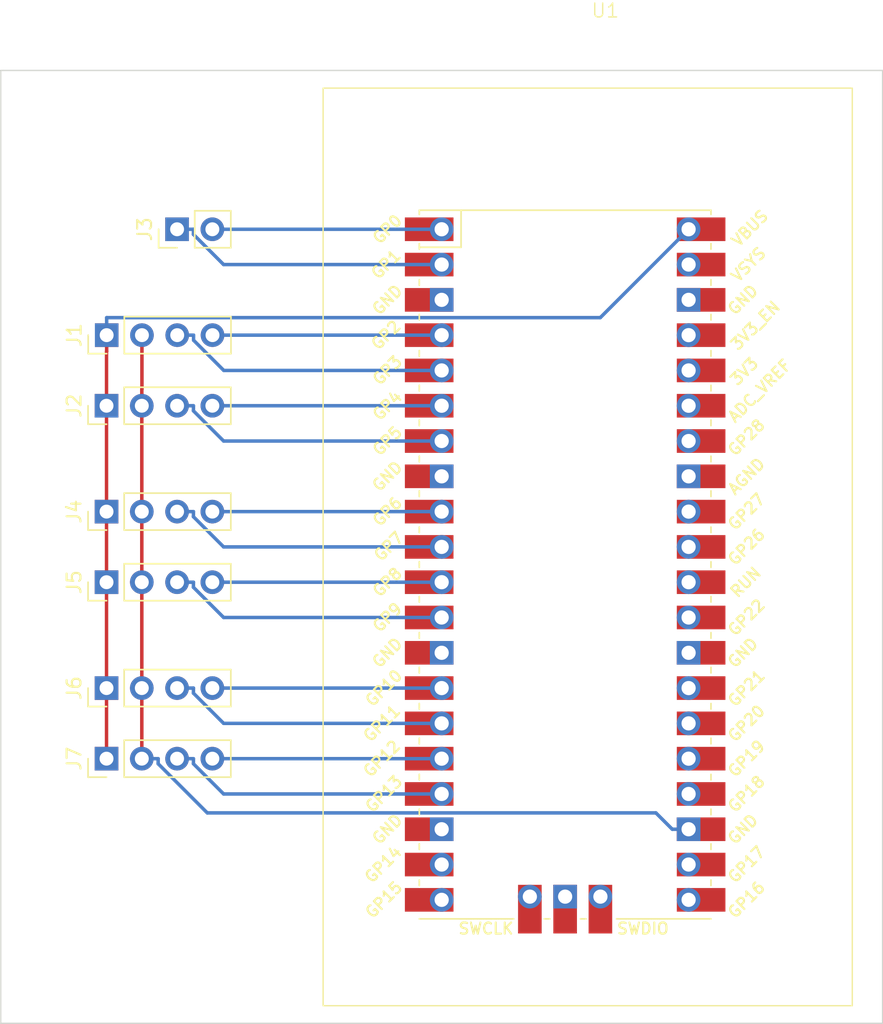
<source format=kicad_pcb>
(kicad_pcb (version 20221018) (generator pcbnew)
  (layers (0 "F.Cu" signal) (31 "B.Cu" signal) (36 "B.SilkS" user "B.Silkscreen") (37 "F.SilkS" user "F.Silkscreen") (38 "B.Mask" user) (39 "F.Mask" user) (44 "Edge.Cuts" user))
  (net 0 "")
  (net 1 "Net-(J1-Pin_3)")
  (net 2 "Net-(J1-Pin_4)")
  (net 3 "Net-(J2-Pin_3)")
  (net 4 "Net-(J2-Pin_4)")
  (net 5 "Net-(J4-Pin_3)")
  (net 6 "Net-(J4-Pin_4)")
  (net 7 "Net-(J5-Pin_3)")
  (net 8 "Net-(J5-Pin_4)")
  (net 9 "Net-(J6-Pin_3)")
  (net 10 "Net-(J6-Pin_4)")
  (net 11 "Net-(J7-Pin_3)")
  (net 12 "Net-(J7-Pin_4)")
  (net 13 "Net-(J3-Pin_2)")
  (net 14 "Net-(J3-Pin_1)")
  (net 23 "GND")
  (net 40 "+5V")
  (footprint "Connector_PinHeader_2.54mm:PinHeader_1x04_P2.54mm_Vertical" (layer "F.Cu") (at 55.88 59.69 90)
    (fp_text reference "J4" (at 0 -2.33 90) (layer "F.SilkS"))
    (fp_text value "Conn_01x04")
    (fp_line (start -1.33 -1.33) (end 0 -1.33) (stroke (width 0.12)) (layer "F.SilkS"))
    (fp_line (start -1.33 0) (end -1.33 -1.33) (stroke (width 0.12)) (layer "F.SilkS"))
    (fp_line (start -1.33 1.27) (end -1.33 8.95) (stroke (width 0.12)) (layer "F.SilkS"))
    (fp_line (start -1.33 1.27) (end 1.33 1.27) (stroke (width 0.12)) (layer "F.SilkS"))
    (fp_line (start -1.33 8.95) (end 1.33 8.95) (stroke (width 0.12)) (layer "F.SilkS"))
    (fp_line (start 1.33 1.27) (end 1.33 8.95) (stroke (width 0.12)) (layer "F.SilkS"))
    (pad "1" thru_hole rect (at 0 0 90) (size 1.7 1.7) (drill 1) (layers "*.Cu" "*.Mask") (net 40 "+5V"))
    (pad "2" thru_hole oval (at 0 2.54 90) (size 1.7 1.7) (drill 1) (layers "*.Cu" "*.Mask") (net 23 "GND"))
    (pad "3" thru_hole oval (at 0 5.08 90) (size 1.7 1.7) (drill 1) (layers "*.Cu" "*.Mask") (net 5 "Net-(J4-Pin_3)"))
    (pad "4" thru_hole oval (at 0 7.62 90) (size 1.7 1.7) (drill 1) (layers "*.Cu" "*.Mask") (net 6 "Net-(J4-Pin_4)"))
  )
  (footprint "Connector_PinHeader_2.54mm:PinHeader_1x02_P2.54mm_Vertical" (layer "F.Cu") (at 60.96 39.37 90)
    (fp_text reference "J3" (at 0 -2.33 90) (layer "F.SilkS"))
    (fp_text value "Conn_01x02")
    (fp_line (start -1.33 -1.33) (end 0 -1.33) (stroke (width 0.12)) (layer "F.SilkS"))
    (fp_line (start -1.33 0) (end -1.33 -1.33) (stroke (width 0.12)) (layer "F.SilkS"))
    (fp_line (start -1.33 1.27) (end -1.33 3.87) (stroke (width 0.12)) (layer "F.SilkS"))
    (fp_line (start -1.33 1.27) (end 1.33 1.27) (stroke (width 0.12)) (layer "F.SilkS"))
    (fp_line (start -1.33 3.87) (end 1.33 3.87) (stroke (width 0.12)) (layer "F.SilkS"))
    (fp_line (start 1.33 1.27) (end 1.33 3.87) (stroke (width 0.12)) (layer "F.SilkS"))
    (pad "1" thru_hole rect (at 0 0 90) (size 1.7 1.7) (drill 1) (layers "*.Cu" "*.Mask") (net 14 "Net-(J3-Pin_1)"))
    (pad "2" thru_hole oval (at 0 2.54 90) (size 1.7 1.7) (drill 1) (layers "*.Cu" "*.Mask") (net 13 "Net-(J3-Pin_2)"))
  )
  (footprint "Connector_PinHeader_2.54mm:PinHeader_1x04_P2.54mm_Vertical" (layer "F.Cu") (at 55.88 72.39 90)
    (fp_text reference "J6" (at 0 -2.33 90) (layer "F.SilkS"))
    (fp_text value "Conn_01x04")
    (fp_line (start -1.33 -1.33) (end 0 -1.33) (stroke (width 0.12)) (layer "F.SilkS"))
    (fp_line (start -1.33 0) (end -1.33 -1.33) (stroke (width 0.12)) (layer "F.SilkS"))
    (fp_line (start -1.33 1.27) (end -1.33 8.95) (stroke (width 0.12)) (layer "F.SilkS"))
    (fp_line (start -1.33 1.27) (end 1.33 1.27) (stroke (width 0.12)) (layer "F.SilkS"))
    (fp_line (start -1.33 8.95) (end 1.33 8.95) (stroke (width 0.12)) (layer "F.SilkS"))
    (fp_line (start 1.33 1.27) (end 1.33 8.95) (stroke (width 0.12)) (layer "F.SilkS"))
    (pad "1" thru_hole rect (at 0 0 90) (size 1.7 1.7) (drill 1) (layers "*.Cu" "*.Mask") (net 40 "+5V"))
    (pad "2" thru_hole oval (at 0 2.54 90) (size 1.7 1.7) (drill 1) (layers "*.Cu" "*.Mask") (net 23 "GND"))
    (pad "3" thru_hole oval (at 0 5.08 90) (size 1.7 1.7) (drill 1) (layers "*.Cu" "*.Mask") (net 9 "Net-(J6-Pin_3)"))
    (pad "4" thru_hole oval (at 0 7.62 90) (size 1.7 1.7) (drill 1) (layers "*.Cu" "*.Mask") (net 10 "Net-(J6-Pin_4)"))
  )
  (footprint "Library-pi-pico:Raspberry_pi_pico" (layer "F.Cu") (at 91.794 24.13)
    (fp_text reference "U1" (at 0 -0.5 unlocked) (layer "F.SilkS") (effects (font (thickness 0.1))))
    (fp_text value "~")
    (fp_text user "GP4" (at -15.694 27.94 45) (layer "F.SilkS") (effects (font (size 0.8 0.8))))
    (fp_text user "GP5" (at -15.694 30.48 45) (layer "F.SilkS") (effects (font (size 0.8 0.8))))
    (fp_text user "GP13" (at -15.948 55.88 45) (layer "F.SilkS") (effects (font (size 0.8 0.8))))
    (fp_text user "GND" (at 9.906 58.42 45) (layer "F.SilkS") (effects (font (size 0.8 0.8))))
    (fp_text user "VBUS" (at 10.406 15.17 45) (layer "F.SilkS") (effects (font (size 0.8 0.8))))
    (fp_text user "GP20" (at 10.16 50.8 45) (layer "F.SilkS") (effects (font (size 0.8 0.8))))
    (fp_text user "VSYS" (at 10.306 17.78 45) (layer "F.SilkS") (effects (font (size 0.8 0.8))))
    (fp_text user "3V3" (at 10.006 25.47 45) (layer "F.SilkS") (effects (font (size 0.8 0.8))))
    (fp_text user "GP12" (at -16.094 53.34 45) (layer "F.SilkS") (effects (font (size 0.8 0.8))))
    (fp_text user "GP11" (at -16.094 50.8 45) (layer "F.SilkS") (effects (font (size 0.8 0.8))))
    (fp_text user "GP22" (at 10.16 43.18 45) (layer "F.SilkS") (effects (font (size 0.8 0.8))))
    (fp_text user "SWDIO" (at 2.706 65.57) (layer "F.SilkS") (effects (font (size 0.8 0.8))))
    (fp_text user "RUN" (at 10.106 40.64 45) (layer "F.SilkS") (effects (font (size 0.8 0.8))))
    (fp_text user "GP27" (at 10.16 35.57 45) (layer "F.SilkS") (effects (font (size 0.8 0.8))))
    (fp_text user "GP1" (at -15.794 17.77 45) (layer "F.SilkS") (effects (font (size 0.8 0.8))))
    (fp_text user "GP9" (at -15.694 43.18 45) (layer "F.SilkS") (effects (font (size 0.8 0.8))))
    (fp_text user "GP14" (at -15.994 60.96 45) (layer "F.SilkS") (effects (font (size 0.8 0.8))))
    (fp_text user "GP7" (at -15.594 38.07 45) (layer "F.SilkS") (effects (font (size 0.8 0.8))))
    (fp_text user "GP26" (at 10.16 38.1 45) (layer "F.SilkS") (effects (font (size 0.8 0.8))))
    (fp_text user "GND" (at 9.906 45.72 45) (layer "F.SilkS") (effects (font (size 0.8 0.8))))
    (fp_text user "GP18" (at 10.16 55.88 45) (layer "F.SilkS") (effects (font (size 0.8 0.8))))
    (fp_text user "GND" (at 9.906 20.32 45) (layer "F.SilkS") (effects (font (size 0.8 0.8))))
    (fp_text user "GND" (at -15.694 45.72 45) (layer "F.SilkS") (effects (font (size 0.8 0.8))))
    (fp_text user "GP15" (at -15.948 63.5 45) (layer "F.SilkS") (effects (font (size 0.8 0.8))))
    (fp_text user "GP19" (at 10.16 53.34 45) (layer "F.SilkS") (effects (font (size 0.8 0.8))))
    (fp_text user "GP6" (at -15.694 35.56 45) (layer "F.SilkS") (effects (font (size 0.8 0.8))))
    (fp_text user "GP16" (at 10.16 63.5 45) (layer "F.SilkS") (effects (font (size 0.8 0.8))))
    (fp_text user "GP0" (at -15.694 15.24 45) (layer "F.SilkS") (effects (font (size 0.8 0.8))))
    (fp_text user "ADC_VREF" (at 11.106 26.87 45) (layer "F.SilkS") (effects (font (size 0.8 0.8))))
    (fp_text user "GP28" (at 10.16 30.226 45) (layer "F.SilkS") (effects (font (size 0.8 0.8))))
    (fp_text user "GP21" (at 10.16 48.27 45) (layer "F.SilkS") (effects (font (size 0.8 0.8))))
    (fp_text user "GP17" (at 10.16 60.96 45) (layer "F.SilkS") (effects (font (size 0.8 0.8))))
    (fp_text user "GND" (at -15.694 33.02 45) (layer "F.SilkS") (effects (font (size 0.8 0.8))))
    (fp_text user "SWCLK" (at -8.594 65.57) (layer "F.SilkS") (effects (font (size 0.8 0.8))))
    (fp_text user "GP10" (at -15.948 48.26 45) (layer "F.SilkS") (effects (font (size 0.8 0.8))))
    (fp_text user "GP8" (at -15.694 40.64 45) (layer "F.SilkS") (effects (font (size 0.8 0.8))))
    (fp_text user "AGND" (at 10.16 33.02 45) (layer "F.SilkS") (effects (font (size 0.8 0.8))))
    (fp_text user "GP3" (at -15.694 25.4 45) (layer "F.SilkS") (effects (font (size 0.8 0.8))))
    (fp_text user "GND" (at -15.694 20.32 45) (layer "F.SilkS") (effects (font (size 0.8 0.8))))
    (fp_text user "GP2" (at -15.794 22.86 45) (layer "F.SilkS") (effects (font (size 0.8 0.8))))
    (fp_text user "GND" (at -15.694 58.42 45) (layer "F.SilkS") (effects (font (size 0.8 0.8))))
    (fp_text user "3V3_EN" (at 10.806 22.17 45) (layer "F.SilkS") (effects (font (size 0.8 0.8))))
    (fp_line (start -13.394 13.87) (end -13.394 14.17) (stroke (width 0.12)) (layer "F.SilkS"))
    (fp_line (start -13.394 13.87) (end 7.606 13.87) (stroke (width 0.12)) (layer "F.SilkS"))
    (fp_line (start -13.394 16.27) (end -13.394 16.67) (stroke (width 0.12)) (layer "F.SilkS"))
    (fp_line (start -13.394 16.537) (end -10.387 16.537) (stroke (width 0.12)) (layer "F.SilkS"))
    (fp_line (start -13.394 18.87) (end -13.394 19.27) (stroke (width 0.12)) (layer "F.SilkS"))
    (fp_line (start -13.394 21.37) (end -13.394 21.77) (stroke (width 0.12)) (layer "F.SilkS"))
    (fp_line (start -13.394 23.97) (end -13.394 24.37) (stroke (width 0.12)) (layer "F.SilkS"))
    (fp_line (start -13.394 26.47) (end -13.394 26.87) (stroke (width 0.12)) (layer "F.SilkS"))
    (fp_line (start -13.394 28.97) (end -13.394 29.37) (stroke (width 0.12)) (layer "F.SilkS"))
    (fp_line (start -13.394 31.57) (end -13.394 31.97) (stroke (width 0.12)) (layer "F.SilkS"))
    (fp_line (start -13.394 34.07) (end -13.394 34.47) (stroke (width 0.12)) (layer "F.SilkS"))
    (fp_line (start -13.394 36.67) (end -13.394 37.07) (stroke (width 0.12)) (layer "F.SilkS"))
    (fp_line (start -13.394 39.17) (end -13.394 39.57) (stroke (width 0.12)) (layer "F.SilkS"))
    (fp_line (start -13.394 41.67) (end -13.394 42.07) (stroke (width 0.12)) (layer "F.SilkS"))
    (fp_line (start -13.394 44.27) (end -13.394 44.67) (stroke (width 0.12)) (layer "F.SilkS"))
    (fp_line (start -13.394 46.77) (end -13.394 47.17) (stroke (width 0.12)) (layer "F.SilkS"))
    (fp_line (start -13.394 49.37) (end -13.394 49.77) (stroke (width 0.12)) (layer "F.SilkS"))
    (fp_line (start -13.394 51.87) (end -13.394 52.27) (stroke (width 0.12)) (layer "F.SilkS"))
    (fp_line (start -13.394 54.47) (end -13.394 54.87) (stroke (width 0.12)) (layer "F.SilkS"))
    (fp_line (start -13.394 56.97) (end -13.394 57.37) (stroke (width 0.12)) (layer "F.SilkS"))
    (fp_line (start -13.394 59.47) (end -13.394 59.87) (stroke (width 0.12)) (layer "F.SilkS"))
    (fp_line (start -13.394 62.07) (end -13.394 62.47) (stroke (width 0.12)) (layer "F.SilkS"))
    (fp_line (start -10.387 16.537) (end -10.387 13.87) (stroke (width 0.12)) (layer "F.SilkS"))
    (fp_line (start -6.594 64.87) (end -13.394 64.87) (stroke (width 0.12)) (layer "F.SilkS"))
    (fp_line (start -4.394 64.87) (end -3.994 64.87) (stroke (width 0.12)) (layer "F.SilkS"))
    (fp_line (start -1.794 64.87) (end -1.394 64.87) (stroke (width 0.12)) (layer "F.SilkS"))
    (fp_line (start 7.606 13.87) (end 7.606 14.17) (stroke (width 0.12)) (layer "F.SilkS"))
    (fp_line (start 7.606 16.27) (end 7.606 16.67) (stroke (width 0.12)) (layer "F.SilkS"))
    (fp_line (start 7.606 18.87) (end 7.606 19.27) (stroke (width 0.12)) (layer "F.SilkS"))
    (fp_line (start 7.606 21.37) (end 7.606 21.77) (stroke (width 0.12)) (layer "F.SilkS"))
    (fp_line (start 7.606 23.97) (end 7.606 24.37) (stroke (width 0.12)) (layer "F.SilkS"))
    (fp_line (start 7.606 26.47) (end 7.606 26.87) (stroke (width 0.12)) (layer "F.SilkS"))
    (fp_line (start 7.606 28.97) (end 7.606 29.37) (stroke (width 0.12)) (layer "F.SilkS"))
    (fp_line (start 7.606 31.57) (end 7.606 31.97) (stroke (width 0.12)) (layer "F.SilkS"))
    (fp_line (start 7.606 34.07) (end 7.606 34.47) (stroke (width 0.12)) (layer "F.SilkS"))
    (fp_line (start 7.606 36.67) (end 7.606 37.07) (stroke (width 0.12)) (layer "F.SilkS"))
    (fp_line (start 7.606 39.17) (end 7.606 39.57) (stroke (width 0.12)) (layer "F.SilkS"))
    (fp_line (start 7.606 41.67) (end 7.606 42.07) (stroke (width 0.12)) (layer "F.SilkS"))
    (fp_line (start 7.606 44.27) (end 7.606 44.67) (stroke (width 0.12)) (layer "F.SilkS"))
    (fp_line (start 7.606 46.77) (end 7.606 47.17) (stroke (width 0.12)) (layer "F.SilkS"))
    (fp_line (start 7.606 49.37) (end 7.606 49.77) (stroke (width 0.12)) (layer "F.SilkS"))
    (fp_line (start 7.606 51.87) (end 7.606 52.27) (stroke (width 0.12)) (layer "F.SilkS"))
    (fp_line (start 7.606 54.47) (end 7.606 54.87) (stroke (width 0.12)) (layer "F.SilkS"))
    (fp_line (start 7.606 56.97) (end 7.606 57.37) (stroke (width 0.12)) (layer "F.SilkS"))
    (fp_line (start 7.606 59.47) (end 7.606 59.87) (stroke (width 0.12)) (layer "F.SilkS"))
    (fp_line (start 7.606 62.07) (end 7.606 62.47) (stroke (width 0.12)) (layer "F.SilkS"))
    (fp_line (start 7.606 64.87) (end 0.806 64.87) (stroke (width 0.12)) (layer "F.SilkS"))
    (fp_rect (start -20.32 5.08) (end 17.78 71.12) (stroke (width 0.1)) (fill none) (layer "F.SilkS"))
    (pad "" np_thru_hole oval (at -5.619 15.37) (size 1.8 1.8) (drill 1.8) (layers "*.Cu" "*.Mask"))
    (pad "" np_thru_hole oval (at -5.319 18.4) (size 1.5 1.5) (drill 1.5) (layers "*.Cu" "*.Mask"))
    (pad "" np_thru_hole oval (at -0.469 18.4) (size 1.5 1.5) (drill 1.5) (layers "*.Cu" "*.Mask"))
    (pad "" np_thru_hole oval (at -0.169 15.37) (size 1.8 1.8) (drill 1.8) (layers "*.Cu" "*.Mask"))
    (pad "1" thru_hole oval (at -11.784 15.24) (size 1.7 1.7) (drill 1.02) (layers "*.Cu" "*.Mask") (net 13 "Net-(J3-Pin_2)"))
    (pad "1" smd rect (at -11.784 15.24) (size 3.5 1.7) (drill (offset -0.9 0)) (layers "F.Cu" "F.Mask") (net 13 "Net-(J3-Pin_2)"))
    (pad "2" thru_hole oval (at -11.784 17.78) (size 1.7 1.7) (drill 1.02) (layers "*.Cu" "*.Mask") (net 14 "Net-(J3-Pin_1)"))
    (pad "2" smd rect (at -11.784 17.78) (size 3.5 1.7) (drill (offset -0.9 0)) (layers "F.Cu" "F.Mask") (net 14 "Net-(J3-Pin_1)"))
    (pad "3" thru_hole rect (at -11.784 20.32) (size 1.7 1.7) (drill 1.02) (layers "*.Cu" "*.Mask"))
    (pad "3" smd rect (at -11.784 20.32) (size 3.5 1.7) (drill (offset -0.9 0)) (layers "F.Cu" "F.Mask"))
    (pad "4" thru_hole oval (at -11.784 22.86) (size 1.7 1.7) (drill 1.02) (layers "*.Cu" "*.Mask") (net 2 "Net-(J1-Pin_4)"))
    (pad "4" smd rect (at -11.784 22.86) (size 3.5 1.7) (drill (offset -0.9 0)) (layers "F.Cu" "F.Mask") (net 2 "Net-(J1-Pin_4)"))
    (pad "5" thru_hole oval (at -11.784 25.4) (size 1.7 1.7) (drill 1.02) (layers "*.Cu" "*.Mask") (net 1 "Net-(J1-Pin_3)"))
    (pad "5" smd rect (at -11.784 25.4) (size 3.5 1.7) (drill (offset -0.9 0)) (layers "F.Cu" "F.Mask") (net 1 "Net-(J1-Pin_3)"))
    (pad "6" thru_hole oval (at -11.784 27.94) (size 1.7 1.7) (drill 1.02) (layers "*.Cu" "*.Mask") (net 4 "Net-(J2-Pin_4)"))
    (pad "6" smd rect (at -11.784 27.94) (size 3.5 1.7) (drill (offset -0.9 0)) (layers "F.Cu" "F.Mask") (net 4 "Net-(J2-Pin_4)"))
    (pad "7" thru_hole oval (at -11.784 30.48) (size 1.7 1.7) (drill 1.02) (layers "*.Cu" "*.Mask") (net 3 "Net-(J2-Pin_3)"))
    (pad "7" smd rect (at -11.784 30.48) (size 3.5 1.7) (drill (offset -0.9 0)) (layers "F.Cu" "F.Mask") (net 3 "Net-(J2-Pin_3)"))
    (pad "8" thru_hole rect (at -11.784 33.02) (size 1.7 1.7) (drill 1.02) (layers "*.Cu" "*.Mask"))
    (pad "8" smd rect (at -11.784 33.02) (size 3.5 1.7) (drill (offset -0.9 0)) (layers "F.Cu" "F.Mask"))
    (pad "9" thru_hole oval (at -11.784 35.56) (size 1.7 1.7) (drill 1.02) (layers "*.Cu" "*.Mask") (net 6 "Net-(J4-Pin_4)"))
    (pad "9" smd rect (at -11.784 35.56) (size 3.5 1.7) (drill (offset -0.9 0)) (layers "F.Cu" "F.Mask") (net 6 "Net-(J4-Pin_4)"))
    (pad "10" thru_hole oval (at -11.784 38.1) (size 1.7 1.7) (drill 1.02) (layers "*.Cu" "*.Mask") (net 5 "Net-(J4-Pin_3)"))
    (pad "10" smd rect (at -11.784 38.1) (size 3.5 1.7) (drill (offset -0.9 0)) (layers "F.Cu" "F.Mask") (net 5 "Net-(J4-Pin_3)"))
    (pad "11" thru_hole oval (at -11.784 40.64) (size 1.7 1.7) (drill 1.02) (layers "*.Cu" "*.Mask") (net 8 "Net-(J5-Pin_4)"))
    (pad "11" smd rect (at -11.784 40.64) (size 3.5 1.7) (drill (offset -0.9 0)) (layers "F.Cu" "F.Mask") (net 8 "Net-(J5-Pin_4)"))
    (pad "12" thru_hole oval (at -11.784 43.18) (size 1.7 1.7) (drill 1.02) (layers "*.Cu" "*.Mask") (net 7 "Net-(J5-Pin_3)"))
    (pad "12" smd rect (at -11.784 43.18) (size 3.5 1.7) (drill (offset -0.9 0)) (layers "F.Cu" "F.Mask") (net 7 "Net-(J5-Pin_3)"))
    (pad "13" thru_hole rect (at -11.784 45.72) (size 1.7 1.7) (drill 1.02) (layers "*.Cu" "*.Mask"))
    (pad "13" smd rect (at -11.784 45.72) (size 3.5 1.7) (drill (offset -0.9 0)) (layers "F.Cu" "F.Mask"))
    (pad "14" thru_hole oval (at -11.784 48.26) (size 1.7 1.7) (drill 1.02) (layers "*.Cu" "*.Mask") (net 10 "Net-(J6-Pin_4)"))
    (pad "14" smd rect (at -11.784 48.26) (size 3.5 1.7) (drill (offset -0.9 0)) (layers "F.Cu" "F.Mask") (net 10 "Net-(J6-Pin_4)"))
    (pad "15" thru_hole oval (at -11.784 50.8) (size 1.7 1.7) (drill 1.02) (layers "*.Cu" "*.Mask") (net 9 "Net-(J6-Pin_3)"))
    (pad "15" smd rect (at -11.784 50.8) (size 3.5 1.7) (drill (offset -0.9 0)) (layers "F.Cu" "F.Mask") (net 9 "Net-(J6-Pin_3)"))
    (pad "16" thru_hole oval (at -11.784 53.34) (size 1.7 1.7) (drill 1.02) (layers "*.Cu" "*.Mask") (net 12 "Net-(J7-Pin_4)"))
    (pad "16" smd rect (at -11.784 53.34) (size 3.5 1.7) (drill (offset -0.9 0)) (layers "F.Cu" "F.Mask") (net 12 "Net-(J7-Pin_4)"))
    (pad "17" thru_hole oval (at -11.784 55.88) (size 1.7 1.7) (drill 1.02) (layers "*.Cu" "*.Mask") (net 11 "Net-(J7-Pin_3)"))
    (pad "17" smd rect (at -11.784 55.88) (size 3.5 1.7) (drill (offset -0.9 0)) (layers "F.Cu" "F.Mask") (net 11 "Net-(J7-Pin_3)"))
    (pad "18" thru_hole rect (at -11.784 58.42) (size 1.7 1.7) (drill 1.02) (layers "*.Cu" "*.Mask"))
    (pad "18" smd rect (at -11.784 58.42) (size 3.5 1.7) (drill (offset -0.9 0)) (layers "F.Cu" "F.Mask"))
    (pad "19" thru_hole oval (at -11.784 60.96) (size 1.7 1.7) (drill 1.02) (layers "*.Cu" "*.Mask"))
    (pad "19" smd rect (at -11.784 60.96) (size 3.5 1.7) (drill (offset -0.9 0)) (layers "F.Cu" "F.Mask"))
    (pad "20" thru_hole oval (at -11.784 63.5) (size 1.7 1.7) (drill 1.02) (layers "*.Cu" "*.Mask"))
    (pad "20" smd rect (at -11.784 63.5) (size 3.5 1.7) (drill (offset -0.9 0)) (layers "F.Cu" "F.Mask"))
    (pad "21" thru_hole oval (at 5.996 63.5) (size 1.7 1.7) (drill 1.02) (layers "*.Cu" "*.Mask"))
    (pad "21" smd rect (at 5.996 63.5) (size 3.5 1.7) (drill (offset 0.9 0)) (layers "F.Cu" "F.Mask"))
    (pad "22" thru_hole oval (at 5.996 60.96) (size 1.7 1.7) (drill 1.02) (layers "*.Cu" "*.Mask"))
    (pad "22" smd rect (at 5.996 60.96) (size 3.5 1.7) (drill (offset 0.9 0)) (layers "F.Cu" "F.Mask"))
    (pad "23" thru_hole rect (at 5.996 58.42) (size 1.7 1.7) (drill 1.02) (layers "*.Cu" "*.Mask") (net 23 "GND"))
    (pad "23" smd rect (at 5.996 58.42) (size 3.5 1.7) (drill (offset 0.9 0)) (layers "F.Cu" "F.Mask") (net 23 "GND"))
    (pad "24" thru_hole oval (at 5.996 55.88) (size 1.7 1.7) (drill 1.02) (layers "*.Cu" "*.Mask"))
    (pad "24" smd rect (at 5.996 55.88) (size 3.5 1.7) (drill (offset 0.9 0)) (layers "F.Cu" "F.Mask"))
    (pad "25" thru_hole oval (at 5.996 53.34) (size 1.7 1.7) (drill 1.02) (layers "*.Cu" "*.Mask"))
    (pad "25" smd rect (at 5.996 53.34) (size 3.5 1.7) (drill (offset 0.9 0)) (layers "F.Cu" "F.Mask"))
    (pad "26" thru_hole oval (at 5.996 50.8) (size 1.7 1.7) (drill 1.02) (layers "*.Cu" "*.Mask"))
    (pad "26" smd rect (at 5.996 50.8) (size 3.5 1.7) (drill (offset 0.9 0)) (layers "F.Cu" "F.Mask"))
    (pad "27" thru_hole oval (at 5.996 48.26) (size 1.7 1.7) (drill 1.02) (layers "*.Cu" "*.Mask"))
    (pad "27" smd rect (at 5.996 48.26) (size 3.5 1.7) (drill (offset 0.9 0)) (layers "F.Cu" "F.Mask"))
    (pad "28" thru_hole rect (at 5.996 45.72) (size 1.7 1.7) (drill 1.02) (layers "*.Cu" "*.Mask"))
    (pad "28" smd rect (at 5.996 45.72) (size 3.5 1.7) (drill (offset 0.9 0)) (layers "F.Cu" "F.Mask"))
    (pad "29" thru_hole oval (at 5.996 43.18) (size 1.7 1.7) (drill 1.02) (layers "*.Cu" "*.Mask"))
    (pad "29" smd rect (at 5.996 43.18) (size 3.5 1.7) (drill (offset 0.9 0)) (layers "F.Cu" "F.Mask"))
    (pad "30" thru_hole oval (at 5.996 40.64) (size 1.7 1.7) (drill 1.02) (layers "*.Cu" "*.Mask"))
    (pad "30" smd rect (at 5.996 40.64) (size 3.5 1.7) (drill (offset 0.9 0)) (layers "F.Cu" "F.Mask"))
    (pad "31" thru_hole oval (at 5.996 38.1) (size 1.7 1.7) (drill 1.02) (layers "*.Cu" "*.Mask"))
    (pad "31" smd rect (at 5.996 38.1) (size 3.5 1.7) (drill (offset 0.9 0)) (layers "F.Cu" "F.Mask"))
    (pad "32" thru_hole oval (at 5.996 35.56) (size 1.7 1.7) (drill 1.02) (layers "*.Cu" "*.Mask"))
    (pad "32" smd rect (at 5.996 35.56) (size 3.5 1.7) (drill (offset 0.9 0)) (layers "F.Cu" "F.Mask"))
    (pad "33" thru_hole rect (at 5.996 33.02) (size 1.7 1.7) (drill 1.02) (layers "*.Cu" "*.Mask"))
    (pad "33" smd rect (at 5.996 33.02) (size 3.5 1.7) (drill (offset 0.9 0)) (layers "F.Cu" "F.Mask"))
    (pad "34" thru_hole oval (at 5.996 30.48) (size 1.7 1.7) (drill 1.02) (layers "*.Cu" "*.Mask"))
    (pad "34" smd rect (at 5.996 30.48) (size 3.5 1.7) (drill (offset 0.9 0)) (layers "F.Cu" "F.Mask"))
    (pad "35" thru_hole oval (at 5.996 27.94) (size 1.7 1.7) (drill 1.02) (layers "*.Cu" "*.Mask"))
    (pad "35" smd rect (at 5.996 27.94) (size 3.5 1.7) (drill (offset 0.9 0)) (layers "F.Cu" "F.Mask"))
    (pad "36" thru_hole oval (at 5.996 25.4) (size 1.7 1.7) (drill 1.02) (layers "*.Cu" "*.Mask"))
    (pad "36" smd rect (at 5.996 25.4) (size 3.5 1.7) (drill (offset 0.9 0)) (layers "F.Cu" "F.Mask"))
    (pad "37" thru_hole oval (at 5.996 22.86) (size 1.7 1.7) (drill 1.02) (layers "*.Cu" "*.Mask"))
    (pad "37" smd rect (at 5.996 22.86) (size 3.5 1.7) (drill (offset 0.9 0)) (layers "F.Cu" "F.Mask"))
    (pad "38" thru_hole rect (at 5.996 20.32) (size 1.7 1.7) (drill 1.02) (layers "*.Cu" "*.Mask"))
    (pad "38" smd rect (at 5.996 20.32) (size 3.5 1.7) (drill (offset 0.9 0)) (layers "F.Cu" "F.Mask"))
    (pad "39" thru_hole oval (at 5.996 17.78) (size 1.7 1.7) (drill 1.02) (layers "*.Cu" "*.Mask"))
    (pad "39" smd rect (at 5.996 17.78) (size 3.5 1.7) (drill (offset 0.9 0)) (layers "F.Cu" "F.Mask"))
    (pad "40" thru_hole oval (at 5.996 15.24) (size 1.7 1.7) (drill 1.02) (layers "*.Cu" "*.Mask") (net 40 "+5V"))
    (pad "40" smd rect (at 5.996 15.24) (size 3.5 1.7) (drill (offset 0.9 0)) (layers "F.Cu" "F.Mask") (net 40 "+5V"))
    (pad "41" thru_hole oval (at -5.434 63.27) (size 1.7 1.7) (drill 1.02) (layers "*.Cu" "*.Mask"))
    (pad "41" smd rect (at -5.434 63.27 90) (size 3.5 1.7) (drill (offset -0.9 0)) (layers "F.Cu" "F.Mask"))
    (pad "42" thru_hole rect (at -2.894 63.27) (size 1.7 1.7) (drill 1.02) (layers "*.Cu" "*.Mask"))
    (pad "42" smd rect (at -2.894 63.27 90) (size 3.5 1.7) (drill (offset -0.9 0)) (layers "F.Cu" "F.Mask"))
    (pad "43" thru_hole oval (at -0.354 63.27) (size 1.7 1.7) (drill 1.02) (layers "*.Cu" "*.Mask"))
    (pad "43" smd rect (at -0.354 63.27 90) (size 3.5 1.7) (drill (offset -0.9 0)) (layers "F.Cu" "F.Mask"))
  )
  (footprint "Connector_PinHeader_2.54mm:PinHeader_1x04_P2.54mm_Vertical" (layer "F.Cu") (at 55.88 77.47 90)
    (fp_text reference "J7" (at 0 -2.33 90) (layer "F.SilkS"))
    (fp_text value "Conn_01x04")
    (fp_line (start -1.33 -1.33) (end 0 -1.33) (stroke (width 0.12)) (layer "F.SilkS"))
    (fp_line (start -1.33 0) (end -1.33 -1.33) (stroke (width 0.12)) (layer "F.SilkS"))
    (fp_line (start -1.33 1.27) (end -1.33 8.95) (stroke (width 0.12)) (layer "F.SilkS"))
    (fp_line (start -1.33 1.27) (end 1.33 1.27) (stroke (width 0.12)) (layer "F.SilkS"))
    (fp_line (start -1.33 8.95) (end 1.33 8.95) (stroke (width 0.12)) (layer "F.SilkS"))
    (fp_line (start 1.33 1.27) (end 1.33 8.95) (stroke (width 0.12)) (layer "F.SilkS"))
    (pad "1" thru_hole rect (at 0 0 90) (size 1.7 1.7) (drill 1) (layers "*.Cu" "*.Mask") (net 40 "+5V"))
    (pad "2" thru_hole oval (at 0 2.54 90) (size 1.7 1.7) (drill 1) (layers "*.Cu" "*.Mask") (net 23 "GND"))
    (pad "3" thru_hole oval (at 0 5.08 90) (size 1.7 1.7) (drill 1) (layers "*.Cu" "*.Mask") (net 11 "Net-(J7-Pin_3)"))
    (pad "4" thru_hole oval (at 0 7.62 90) (size 1.7 1.7) (drill 1) (layers "*.Cu" "*.Mask") (net 12 "Net-(J7-Pin_4)"))
  )
  (footprint "Connector_PinHeader_2.54mm:PinHeader_1x04_P2.54mm_Vertical" (layer "F.Cu") (at 55.88 52.07 90)
    (fp_text reference "J2" (at 0 -2.33 90) (layer "F.SilkS"))
    (fp_text value "Conn_01x04")
    (fp_line (start -1.33 -1.33) (end 0 -1.33) (stroke (width 0.12)) (layer "F.SilkS"))
    (fp_line (start -1.33 0) (end -1.33 -1.33) (stroke (width 0.12)) (layer "F.SilkS"))
    (fp_line (start -1.33 1.27) (end -1.33 8.95) (stroke (width 0.12)) (layer "F.SilkS"))
    (fp_line (start -1.33 1.27) (end 1.33 1.27) (stroke (width 0.12)) (layer "F.SilkS"))
    (fp_line (start -1.33 8.95) (end 1.33 8.95) (stroke (width 0.12)) (layer "F.SilkS"))
    (fp_line (start 1.33 1.27) (end 1.33 8.95) (stroke (width 0.12)) (layer "F.SilkS"))
    (pad "1" thru_hole rect (at 0 0 90) (size 1.7 1.7) (drill 1) (layers "*.Cu" "*.Mask") (net 40 "+5V"))
    (pad "2" thru_hole oval (at 0 2.54 90) (size 1.7 1.7) (drill 1) (layers "*.Cu" "*.Mask") (net 23 "GND"))
    (pad "3" thru_hole oval (at 0 5.08 90) (size 1.7 1.7) (drill 1) (layers "*.Cu" "*.Mask") (net 3 "Net-(J2-Pin_3)"))
    (pad "4" thru_hole oval (at 0 7.62 90) (size 1.7 1.7) (drill 1) (layers "*.Cu" "*.Mask") (net 4 "Net-(J2-Pin_4)"))
  )
  (footprint "Connector_PinHeader_2.54mm:PinHeader_1x04_P2.54mm_Vertical" (layer "F.Cu") (at 55.89 46.99 90)
    (fp_text reference "J1" (at 0 -2.33 90) (layer "F.SilkS"))
    (fp_text value "Conn_01x04")
    (fp_line (start -1.33 -1.33) (end 0 -1.33) (stroke (width 0.12)) (layer "F.SilkS"))
    (fp_line (start -1.33 0) (end -1.33 -1.33) (stroke (width 0.12)) (layer "F.SilkS"))
    (fp_line (start -1.33 1.27) (end -1.33 8.95) (stroke (width 0.12)) (layer "F.SilkS"))
    (fp_line (start -1.33 1.27) (end 1.33 1.27) (stroke (width 0.12)) (layer "F.SilkS"))
    (fp_line (start -1.33 8.95) (end 1.33 8.95) (stroke (width 0.12)) (layer "F.SilkS"))
    (fp_line (start 1.33 1.27) (end 1.33 8.95) (stroke (width 0.12)) (layer "F.SilkS"))
    (pad "1" thru_hole rect (at 0 0 90) (size 1.7 1.7) (drill 1) (layers "*.Cu" "*.Mask") (net 40 "+5V"))
    (pad "2" thru_hole oval (at 0 2.54 90) (size 1.7 1.7) (drill 1) (layers "*.Cu" "*.Mask") (net 23 "GND"))
    (pad "3" thru_hole oval (at 0 5.08 90) (size 1.7 1.7) (drill 1) (layers "*.Cu" "*.Mask") (net 1 "Net-(J1-Pin_3)"))
    (pad "4" thru_hole oval (at 0 7.62 90) (size 1.7 1.7) (drill 1) (layers "*.Cu" "*.Mask") (net 2 "Net-(J1-Pin_4)"))
  )
  (footprint "Connector_PinHeader_2.54mm:PinHeader_1x04_P2.54mm_Vertical" (layer "F.Cu") (at 55.88 64.77 90)
    (fp_text reference "J5" (at 0 -2.33 90) (layer "F.SilkS"))
    (fp_text value "Conn_01x04")
    (fp_line (start -1.33 -1.33) (end 0 -1.33) (stroke (width 0.12)) (layer "F.SilkS"))
    (fp_line (start -1.33 0) (end -1.33 -1.33) (stroke (width 0.12)) (layer "F.SilkS"))
    (fp_line (start -1.33 1.27) (end -1.33 8.95) (stroke (width 0.12)) (layer "F.SilkS"))
    (fp_line (start -1.33 1.27) (end 1.33 1.27) (stroke (width 0.12)) (layer "F.SilkS"))
    (fp_line (start -1.33 8.95) (end 1.33 8.95) (stroke (width 0.12)) (layer "F.SilkS"))
    (fp_line (start 1.33 1.27) (end 1.33 8.95) (stroke (width 0.12)) (layer "F.SilkS"))
    (pad "1" thru_hole rect (at 0 0 90) (size 1.7 1.7) (drill 1) (layers "*.Cu" "*.Mask") (net 40 "+5V"))
    (pad "2" thru_hole oval (at 0 2.54 90) (size 1.7 1.7) (drill 1) (layers "*.Cu" "*.Mask") (net 23 "GND"))
    (pad "3" thru_hole oval (at 0 5.08 90) (size 1.7 1.7) (drill 1) (layers "*.Cu" "*.Mask") (net 7 "Net-(J5-Pin_3)"))
    (pad "4" thru_hole oval (at 0 7.62 90) (size 1.7 1.7) (drill 1) (layers "*.Cu" "*.Mask") (net 8 "Net-(J5-Pin_4)"))
  )
  (gr_rect (start 48.26 27.94) (end 111.76 96.52) (stroke (width 0.1)) (fill none) (layer "Edge.Cuts"))
  (segment (start 62.1469 47.3558) (end 62.1469 46.99) (width 0.25) (layer "B.Cu") (net 1))
  (segment (start 60.97 46.99) (end 62.1469 46.99) (width 0.25) (layer "B.Cu") (net 1))
  (segment (start 80.01 49.53) (end 64.3211 49.53) (width 0.25) (layer "B.Cu") (net 1))
  (segment (start 64.3211 49.53) (end 62.1469 47.3558) (width 0.25) (layer "B.Cu") (net 1))
  (segment (start 80.01 46.99) (end 63.51 46.99) (width 0.25) (layer "B.Cu") (net 2))
  (segment (start 64.3111 54.61) (end 62.1369 52.4358) (width 0.25) (layer "B.Cu") (net 3))
  (segment (start 62.1369 52.4358) (end 62.1369 52.07) (width 0.25) (layer "B.Cu") (net 3))
  (segment (start 60.96 52.07) (end 62.1369 52.07) (width 0.25) (layer "B.Cu") (net 3))
  (segment (start 80.01 54.61) (end 64.3111 54.61) (width 0.25) (layer "B.Cu") (net 3))
  (segment (start 80.01 52.07) (end 63.5 52.07) (width 0.25) (layer "B.Cu") (net 4))
  (segment (start 62.1369 60.0558) (end 62.1369 59.69) (width 0.25) (layer "B.Cu") (net 5))
  (segment (start 60.96 59.69) (end 62.1369 59.69) (width 0.25) (layer "B.Cu") (net 5))
  (segment (start 80.01 62.23) (end 64.3111 62.23) (width 0.25) (layer "B.Cu") (net 5))
  (segment (start 64.3111 62.23) (end 62.1369 60.0558) (width 0.25) (layer "B.Cu") (net 5))
  (segment (start 80.01 59.69) (end 63.5 59.69) (width 0.25) (layer "B.Cu") (net 6))
  (segment (start 80.01 67.31) (end 64.3111 67.31) (width 0.25) (layer "B.Cu") (net 7))
  (segment (start 64.3111 67.31) (end 62.1369 65.1358) (width 0.25) (layer "B.Cu") (net 7))
  (segment (start 60.96 64.77) (end 62.1369 64.77) (width 0.25) (layer "B.Cu") (net 7))
  (segment (start 62.1369 65.1358) (end 62.1369 64.77) (width 0.25) (layer "B.Cu") (net 7))
  (segment (start 80.01 64.77) (end 63.5 64.77) (width 0.25) (layer "B.Cu") (net 8))
  (segment (start 60.96 72.39) (end 62.1369 72.39) (width 0.25) (layer "B.Cu") (net 9))
  (segment (start 62.1369 72.7558) (end 62.1369 72.39) (width 0.25) (layer "B.Cu") (net 9))
  (segment (start 80.01 74.93) (end 64.3111 74.93) (width 0.25) (layer "B.Cu") (net 9))
  (segment (start 64.3111 74.93) (end 62.1369 72.7558) (width 0.25) (layer "B.Cu") (net 9))
  (segment (start 80.01 72.39) (end 63.5 72.39) (width 0.25) (layer "B.Cu") (net 10))
  (segment (start 62.1369 77.8358) (end 62.1369 77.47) (width 0.25) (layer "B.Cu") (net 11))
  (segment (start 60.96 77.47) (end 62.1369 77.47) (width 0.25) (layer "B.Cu") (net 11))
  (segment (start 64.3111 80.01) (end 62.1369 77.8358) (width 0.25) (layer "B.Cu") (net 11))
  (segment (start 80.01 80.01) (end 64.3111 80.01) (width 0.25) (layer "B.Cu") (net 11))
  (segment (start 80.01 77.47) (end 63.5 77.47) (width 0.25) (layer "B.Cu") (net 12))
  (segment (start 80.01 39.37) (end 63.5 39.37) (width 0.25) (layer "B.Cu") (net 13))
  (segment (start 64.3091 41.91) (end 62.1369 39.7378) (width 0.25) (layer "B.Cu") (net 14))
  (segment (start 62.1369 39.7378) (end 62.1369 39.37) (width 0.25) (layer "B.Cu") (net 14))
  (segment (start 80.01 41.91) (end 64.3091 41.91) (width 0.25) (layer "B.Cu") (net 14))
  (segment (start 60.96 39.37) (end 62.1369 39.37) (width 0.25) (layer "B.Cu") (net 14))
  (segment (start 58.42 52.07) (end 58.42 59.69) (width 0.25) (layer "F.Cu") (net 23))
  (segment (start 58.42 51.4815) (end 58.42 50.8931) (width 0.25) (layer "F.Cu") (net 23))
  (segment (start 58.42 64.77) (end 58.42 59.69) (width 0.25) (layer "F.Cu") (net 23))
  (segment (start 58.42 77.47) (end 58.42 72.39) (width 0.25) (layer "F.Cu") (net 23))
  (segment (start 58.43 50.8831) (end 58.42 50.8931) (width 0.25) (layer "F.Cu") (net 23))
  (segment (start 58.42 51.4815) (end 58.42 52.07) (width 0.25) (layer "F.Cu") (net 23))
  (segment (start 58.43 46.99) (end 58.43 50.8831) (width 0.25) (layer "F.Cu") (net 23))
  (segment (start 58.42 72.39) (end 58.42 64.77) (width 0.25) (layer "F.Cu") (net 23))
  (segment (start 97.79 82.55) (end 96.6131 82.55) (width 0.25) (layer "B.Cu") (net 23))
  (segment (start 63.1342 81.3731) (end 59.5969 77.8358) (width 0.25) (layer "B.Cu") (net 23))
  (segment (start 95.4362 81.3731) (end 63.1342 81.3731) (width 0.25) (layer "B.Cu") (net 23))
  (segment (start 59.5969 77.8358) (end 59.5969 77.47) (width 0.25) (layer "B.Cu") (net 23))
  (segment (start 96.6131 82.55) (end 95.4362 81.3731) (width 0.25) (layer "B.Cu") (net 23))
  (segment (start 58.42 77.47) (end 59.5969 77.47) (width 0.25) (layer "B.Cu") (net 23))
  (segment (start 55.88 48.1769) (end 55.88 52.07) (width 0.25) (layer "F.Cu") (net 40))
  (segment (start 55.89 46.99) (end 55.89 48.1669) (width 0.25) (layer "F.Cu") (net 40))
  (segment (start 55.88 64.77) (end 55.88 59.69) (width 0.25) (layer "F.Cu") (net 40))
  (segment (start 55.88 52.07) (end 55.88 59.69) (width 0.25) (layer "F.Cu") (net 40))
  (segment (start 55.89 48.1669) (end 55.88 48.1769) (width 0.25) (layer "F.Cu") (net 40))
  (segment (start 55.88 72.39) (end 55.88 64.77) (width 0.25) (layer "F.Cu") (net 40))
  (segment (start 55.88 77.47) (end 55.88 72.39) (width 0.25) (layer "F.Cu") (net 40))
  (segment (start 55.89 45.73) (end 55.89 46.99) (width 0.25) (layer "B.Cu") (net 40))
  (segment (start 91.43 45.73) (end 55.89 45.73) (width 0.25) (layer "B.Cu") (net 40))
  (segment (start 97.79 39.37) (end 91.43 45.73) (width 0.25) (layer "B.Cu") (net 40))
)
</source>
